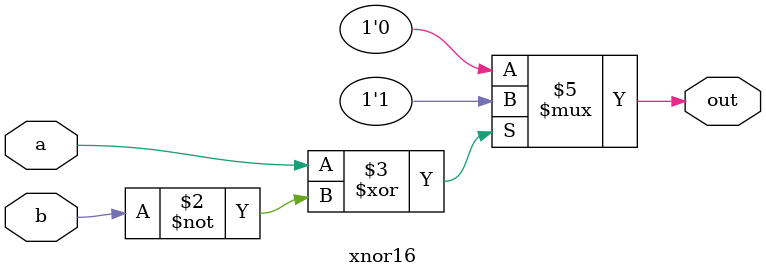
<source format=v>
module xnor16 (
    input wire a,
    input wire b,
    output reg out
);

always @(*) begin
    if (a ^ b == 1'b0)
        out = 1'b1;
    else
        out = 1'b0;
end

endmodule

</source>
